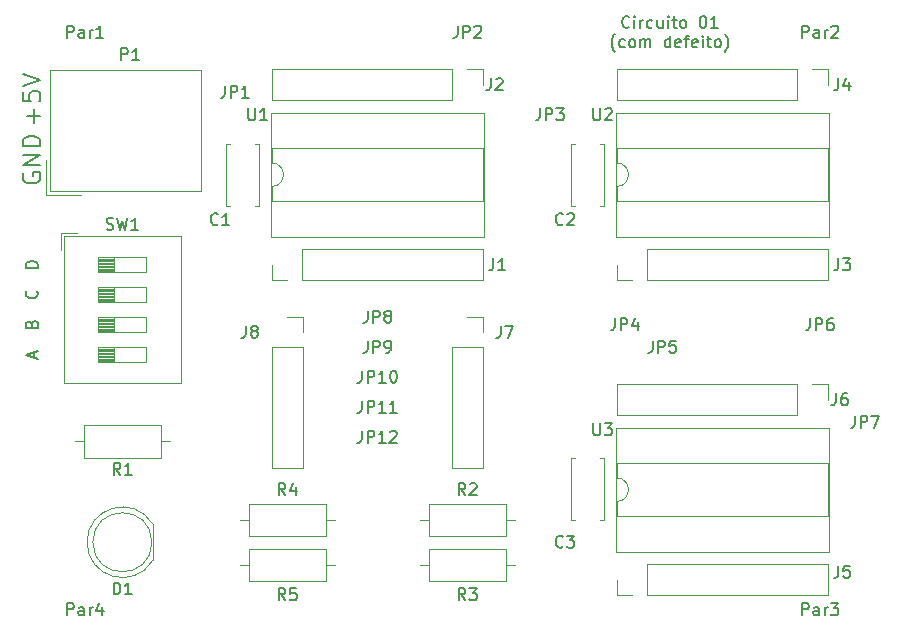
<source format=gbr>
G04 #@! TF.GenerationSoftware,KiCad,Pcbnew,(5.0.2)-1*
G04 #@! TF.CreationDate,2019-09-27T20:29:56-03:00*
G04 #@! TF.ProjectId,circuito-01-com-defeito,63697263-7569-4746-9f2d-30312d636f6d,02*
G04 #@! TF.SameCoordinates,Original*
G04 #@! TF.FileFunction,Legend,Top*
G04 #@! TF.FilePolarity,Positive*
%FSLAX46Y46*%
G04 Gerber Fmt 4.6, Leading zero omitted, Abs format (unit mm)*
G04 Created by KiCad (PCBNEW (5.0.2)-1) date 27-09-2019 20:29:57*
%MOMM*%
%LPD*%
G01*
G04 APERTURE LIST*
%ADD10C,0.150000*%
%ADD11C,0.200000*%
%ADD12C,0.120000*%
G04 APERTURE END LIST*
D10*
X138390476Y-106767380D02*
X138390476Y-107481666D01*
X138342857Y-107624523D01*
X138247619Y-107719761D01*
X138104761Y-107767380D01*
X138009523Y-107767380D01*
X138866666Y-107767380D02*
X138866666Y-106767380D01*
X139247619Y-106767380D01*
X139342857Y-106815000D01*
X139390476Y-106862619D01*
X139438095Y-106957857D01*
X139438095Y-107100714D01*
X139390476Y-107195952D01*
X139342857Y-107243571D01*
X139247619Y-107291190D01*
X138866666Y-107291190D01*
X140390476Y-107767380D02*
X139819047Y-107767380D01*
X140104761Y-107767380D02*
X140104761Y-106767380D01*
X140009523Y-106910238D01*
X139914285Y-107005476D01*
X139819047Y-107053095D01*
X140771428Y-106862619D02*
X140819047Y-106815000D01*
X140914285Y-106767380D01*
X141152380Y-106767380D01*
X141247619Y-106815000D01*
X141295238Y-106862619D01*
X141342857Y-106957857D01*
X141342857Y-107053095D01*
X141295238Y-107195952D01*
X140723809Y-107767380D01*
X141342857Y-107767380D01*
X161036428Y-72557142D02*
X160988809Y-72604761D01*
X160845952Y-72652380D01*
X160750714Y-72652380D01*
X160607857Y-72604761D01*
X160512619Y-72509523D01*
X160465000Y-72414285D01*
X160417380Y-72223809D01*
X160417380Y-72080952D01*
X160465000Y-71890476D01*
X160512619Y-71795238D01*
X160607857Y-71700000D01*
X160750714Y-71652380D01*
X160845952Y-71652380D01*
X160988809Y-71700000D01*
X161036428Y-71747619D01*
X161465000Y-72652380D02*
X161465000Y-71985714D01*
X161465000Y-71652380D02*
X161417380Y-71700000D01*
X161465000Y-71747619D01*
X161512619Y-71700000D01*
X161465000Y-71652380D01*
X161465000Y-71747619D01*
X161941190Y-72652380D02*
X161941190Y-71985714D01*
X161941190Y-72176190D02*
X161988809Y-72080952D01*
X162036428Y-72033333D01*
X162131666Y-71985714D01*
X162226904Y-71985714D01*
X162988809Y-72604761D02*
X162893571Y-72652380D01*
X162703095Y-72652380D01*
X162607857Y-72604761D01*
X162560238Y-72557142D01*
X162512619Y-72461904D01*
X162512619Y-72176190D01*
X162560238Y-72080952D01*
X162607857Y-72033333D01*
X162703095Y-71985714D01*
X162893571Y-71985714D01*
X162988809Y-72033333D01*
X163845952Y-71985714D02*
X163845952Y-72652380D01*
X163417380Y-71985714D02*
X163417380Y-72509523D01*
X163465000Y-72604761D01*
X163560238Y-72652380D01*
X163703095Y-72652380D01*
X163798333Y-72604761D01*
X163845952Y-72557142D01*
X164322142Y-72652380D02*
X164322142Y-71985714D01*
X164322142Y-71652380D02*
X164274523Y-71700000D01*
X164322142Y-71747619D01*
X164369761Y-71700000D01*
X164322142Y-71652380D01*
X164322142Y-71747619D01*
X164655476Y-71985714D02*
X165036428Y-71985714D01*
X164798333Y-71652380D02*
X164798333Y-72509523D01*
X164845952Y-72604761D01*
X164941190Y-72652380D01*
X165036428Y-72652380D01*
X165512619Y-72652380D02*
X165417380Y-72604761D01*
X165369761Y-72557142D01*
X165322142Y-72461904D01*
X165322142Y-72176190D01*
X165369761Y-72080952D01*
X165417380Y-72033333D01*
X165512619Y-71985714D01*
X165655476Y-71985714D01*
X165750714Y-72033333D01*
X165798333Y-72080952D01*
X165845952Y-72176190D01*
X165845952Y-72461904D01*
X165798333Y-72557142D01*
X165750714Y-72604761D01*
X165655476Y-72652380D01*
X165512619Y-72652380D01*
X167226904Y-71652380D02*
X167322142Y-71652380D01*
X167417380Y-71700000D01*
X167465000Y-71747619D01*
X167512619Y-71842857D01*
X167560238Y-72033333D01*
X167560238Y-72271428D01*
X167512619Y-72461904D01*
X167465000Y-72557142D01*
X167417380Y-72604761D01*
X167322142Y-72652380D01*
X167226904Y-72652380D01*
X167131666Y-72604761D01*
X167084047Y-72557142D01*
X167036428Y-72461904D01*
X166988809Y-72271428D01*
X166988809Y-72033333D01*
X167036428Y-71842857D01*
X167084047Y-71747619D01*
X167131666Y-71700000D01*
X167226904Y-71652380D01*
X168512619Y-72652380D02*
X167941190Y-72652380D01*
X168226904Y-72652380D02*
X168226904Y-71652380D01*
X168131666Y-71795238D01*
X168036428Y-71890476D01*
X167941190Y-71938095D01*
X159822142Y-74683333D02*
X159774523Y-74635714D01*
X159679285Y-74492857D01*
X159631666Y-74397619D01*
X159584047Y-74254761D01*
X159536428Y-74016666D01*
X159536428Y-73826190D01*
X159584047Y-73588095D01*
X159631666Y-73445238D01*
X159679285Y-73350000D01*
X159774523Y-73207142D01*
X159822142Y-73159523D01*
X160631666Y-74254761D02*
X160536428Y-74302380D01*
X160345952Y-74302380D01*
X160250714Y-74254761D01*
X160203095Y-74207142D01*
X160155476Y-74111904D01*
X160155476Y-73826190D01*
X160203095Y-73730952D01*
X160250714Y-73683333D01*
X160345952Y-73635714D01*
X160536428Y-73635714D01*
X160631666Y-73683333D01*
X161203095Y-74302380D02*
X161107857Y-74254761D01*
X161060238Y-74207142D01*
X161012619Y-74111904D01*
X161012619Y-73826190D01*
X161060238Y-73730952D01*
X161107857Y-73683333D01*
X161203095Y-73635714D01*
X161345952Y-73635714D01*
X161441190Y-73683333D01*
X161488809Y-73730952D01*
X161536428Y-73826190D01*
X161536428Y-74111904D01*
X161488809Y-74207142D01*
X161441190Y-74254761D01*
X161345952Y-74302380D01*
X161203095Y-74302380D01*
X161965000Y-74302380D02*
X161965000Y-73635714D01*
X161965000Y-73730952D02*
X162012619Y-73683333D01*
X162107857Y-73635714D01*
X162250714Y-73635714D01*
X162345952Y-73683333D01*
X162393571Y-73778571D01*
X162393571Y-74302380D01*
X162393571Y-73778571D02*
X162441190Y-73683333D01*
X162536428Y-73635714D01*
X162679285Y-73635714D01*
X162774523Y-73683333D01*
X162822142Y-73778571D01*
X162822142Y-74302380D01*
X164488809Y-74302380D02*
X164488809Y-73302380D01*
X164488809Y-74254761D02*
X164393571Y-74302380D01*
X164203095Y-74302380D01*
X164107857Y-74254761D01*
X164060238Y-74207142D01*
X164012619Y-74111904D01*
X164012619Y-73826190D01*
X164060238Y-73730952D01*
X164107857Y-73683333D01*
X164203095Y-73635714D01*
X164393571Y-73635714D01*
X164488809Y-73683333D01*
X165345952Y-74254761D02*
X165250714Y-74302380D01*
X165060238Y-74302380D01*
X164965000Y-74254761D01*
X164917380Y-74159523D01*
X164917380Y-73778571D01*
X164965000Y-73683333D01*
X165060238Y-73635714D01*
X165250714Y-73635714D01*
X165345952Y-73683333D01*
X165393571Y-73778571D01*
X165393571Y-73873809D01*
X164917380Y-73969047D01*
X165679285Y-73635714D02*
X166060238Y-73635714D01*
X165822142Y-74302380D02*
X165822142Y-73445238D01*
X165869761Y-73350000D01*
X165965000Y-73302380D01*
X166060238Y-73302380D01*
X166774523Y-74254761D02*
X166679285Y-74302380D01*
X166488809Y-74302380D01*
X166393571Y-74254761D01*
X166345952Y-74159523D01*
X166345952Y-73778571D01*
X166393571Y-73683333D01*
X166488809Y-73635714D01*
X166679285Y-73635714D01*
X166774523Y-73683333D01*
X166822142Y-73778571D01*
X166822142Y-73873809D01*
X166345952Y-73969047D01*
X167250714Y-74302380D02*
X167250714Y-73635714D01*
X167250714Y-73302380D02*
X167203095Y-73350000D01*
X167250714Y-73397619D01*
X167298333Y-73350000D01*
X167250714Y-73302380D01*
X167250714Y-73397619D01*
X167584047Y-73635714D02*
X167965000Y-73635714D01*
X167726904Y-73302380D02*
X167726904Y-74159523D01*
X167774523Y-74254761D01*
X167869761Y-74302380D01*
X167965000Y-74302380D01*
X168441190Y-74302380D02*
X168345952Y-74254761D01*
X168298333Y-74207142D01*
X168250714Y-74111904D01*
X168250714Y-73826190D01*
X168298333Y-73730952D01*
X168345952Y-73683333D01*
X168441190Y-73635714D01*
X168584047Y-73635714D01*
X168679285Y-73683333D01*
X168726904Y-73730952D01*
X168774523Y-73826190D01*
X168774523Y-74111904D01*
X168726904Y-74207142D01*
X168679285Y-74254761D01*
X168584047Y-74302380D01*
X168441190Y-74302380D01*
X169107857Y-74683333D02*
X169155476Y-74635714D01*
X169250714Y-74492857D01*
X169298333Y-74397619D01*
X169345952Y-74254761D01*
X169393571Y-74016666D01*
X169393571Y-73826190D01*
X169345952Y-73588095D01*
X169298333Y-73445238D01*
X169250714Y-73350000D01*
X169155476Y-73207142D01*
X169107857Y-73159523D01*
X110656666Y-100568095D02*
X110656666Y-100091904D01*
X110942380Y-100663333D02*
X109942380Y-100330000D01*
X110942380Y-99996666D01*
X110418571Y-97718571D02*
X110466190Y-97575714D01*
X110513809Y-97528095D01*
X110609047Y-97480476D01*
X110751904Y-97480476D01*
X110847142Y-97528095D01*
X110894761Y-97575714D01*
X110942380Y-97670952D01*
X110942380Y-98051904D01*
X109942380Y-98051904D01*
X109942380Y-97718571D01*
X109990000Y-97623333D01*
X110037619Y-97575714D01*
X110132857Y-97528095D01*
X110228095Y-97528095D01*
X110323333Y-97575714D01*
X110370952Y-97623333D01*
X110418571Y-97718571D01*
X110418571Y-98051904D01*
X110847142Y-94940476D02*
X110894761Y-94988095D01*
X110942380Y-95130952D01*
X110942380Y-95226190D01*
X110894761Y-95369047D01*
X110799523Y-95464285D01*
X110704285Y-95511904D01*
X110513809Y-95559523D01*
X110370952Y-95559523D01*
X110180476Y-95511904D01*
X110085238Y-95464285D01*
X109990000Y-95369047D01*
X109942380Y-95226190D01*
X109942380Y-95130952D01*
X109990000Y-94988095D01*
X110037619Y-94940476D01*
X110942380Y-92971904D02*
X109942380Y-92971904D01*
X109942380Y-92733809D01*
X109990000Y-92590952D01*
X110085238Y-92495714D01*
X110180476Y-92448095D01*
X110370952Y-92400476D01*
X110513809Y-92400476D01*
X110704285Y-92448095D01*
X110799523Y-92495714D01*
X110894761Y-92590952D01*
X110942380Y-92733809D01*
X110942380Y-92971904D01*
X180141666Y-105497380D02*
X180141666Y-106211666D01*
X180094047Y-106354523D01*
X179998809Y-106449761D01*
X179855952Y-106497380D01*
X179760714Y-106497380D01*
X180617857Y-106497380D02*
X180617857Y-105497380D01*
X180998809Y-105497380D01*
X181094047Y-105545000D01*
X181141666Y-105592619D01*
X181189285Y-105687857D01*
X181189285Y-105830714D01*
X181141666Y-105925952D01*
X181094047Y-105973571D01*
X180998809Y-106021190D01*
X180617857Y-106021190D01*
X181522619Y-105497380D02*
X182189285Y-105497380D01*
X181760714Y-106497380D01*
X176331666Y-97242380D02*
X176331666Y-97956666D01*
X176284047Y-98099523D01*
X176188809Y-98194761D01*
X176045952Y-98242380D01*
X175950714Y-98242380D01*
X176807857Y-98242380D02*
X176807857Y-97242380D01*
X177188809Y-97242380D01*
X177284047Y-97290000D01*
X177331666Y-97337619D01*
X177379285Y-97432857D01*
X177379285Y-97575714D01*
X177331666Y-97670952D01*
X177284047Y-97718571D01*
X177188809Y-97766190D01*
X176807857Y-97766190D01*
X178236428Y-97242380D02*
X178045952Y-97242380D01*
X177950714Y-97290000D01*
X177903095Y-97337619D01*
X177807857Y-97480476D01*
X177760238Y-97670952D01*
X177760238Y-98051904D01*
X177807857Y-98147142D01*
X177855476Y-98194761D01*
X177950714Y-98242380D01*
X178141190Y-98242380D01*
X178236428Y-98194761D01*
X178284047Y-98147142D01*
X178331666Y-98051904D01*
X178331666Y-97813809D01*
X178284047Y-97718571D01*
X178236428Y-97670952D01*
X178141190Y-97623333D01*
X177950714Y-97623333D01*
X177855476Y-97670952D01*
X177807857Y-97718571D01*
X177760238Y-97813809D01*
X162996666Y-99147380D02*
X162996666Y-99861666D01*
X162949047Y-100004523D01*
X162853809Y-100099761D01*
X162710952Y-100147380D01*
X162615714Y-100147380D01*
X163472857Y-100147380D02*
X163472857Y-99147380D01*
X163853809Y-99147380D01*
X163949047Y-99195000D01*
X163996666Y-99242619D01*
X164044285Y-99337857D01*
X164044285Y-99480714D01*
X163996666Y-99575952D01*
X163949047Y-99623571D01*
X163853809Y-99671190D01*
X163472857Y-99671190D01*
X164949047Y-99147380D02*
X164472857Y-99147380D01*
X164425238Y-99623571D01*
X164472857Y-99575952D01*
X164568095Y-99528333D01*
X164806190Y-99528333D01*
X164901428Y-99575952D01*
X164949047Y-99623571D01*
X164996666Y-99718809D01*
X164996666Y-99956904D01*
X164949047Y-100052142D01*
X164901428Y-100099761D01*
X164806190Y-100147380D01*
X164568095Y-100147380D01*
X164472857Y-100099761D01*
X164425238Y-100052142D01*
X159821666Y-97242380D02*
X159821666Y-97956666D01*
X159774047Y-98099523D01*
X159678809Y-98194761D01*
X159535952Y-98242380D01*
X159440714Y-98242380D01*
X160297857Y-98242380D02*
X160297857Y-97242380D01*
X160678809Y-97242380D01*
X160774047Y-97290000D01*
X160821666Y-97337619D01*
X160869285Y-97432857D01*
X160869285Y-97575714D01*
X160821666Y-97670952D01*
X160774047Y-97718571D01*
X160678809Y-97766190D01*
X160297857Y-97766190D01*
X161726428Y-97575714D02*
X161726428Y-98242380D01*
X161488333Y-97194761D02*
X161250238Y-97909047D01*
X161869285Y-97909047D01*
X138390476Y-104227380D02*
X138390476Y-104941666D01*
X138342857Y-105084523D01*
X138247619Y-105179761D01*
X138104761Y-105227380D01*
X138009523Y-105227380D01*
X138866666Y-105227380D02*
X138866666Y-104227380D01*
X139247619Y-104227380D01*
X139342857Y-104275000D01*
X139390476Y-104322619D01*
X139438095Y-104417857D01*
X139438095Y-104560714D01*
X139390476Y-104655952D01*
X139342857Y-104703571D01*
X139247619Y-104751190D01*
X138866666Y-104751190D01*
X140390476Y-105227380D02*
X139819047Y-105227380D01*
X140104761Y-105227380D02*
X140104761Y-104227380D01*
X140009523Y-104370238D01*
X139914285Y-104465476D01*
X139819047Y-104513095D01*
X141342857Y-105227380D02*
X140771428Y-105227380D01*
X141057142Y-105227380D02*
X141057142Y-104227380D01*
X140961904Y-104370238D01*
X140866666Y-104465476D01*
X140771428Y-104513095D01*
X138390476Y-101687380D02*
X138390476Y-102401666D01*
X138342857Y-102544523D01*
X138247619Y-102639761D01*
X138104761Y-102687380D01*
X138009523Y-102687380D01*
X138866666Y-102687380D02*
X138866666Y-101687380D01*
X139247619Y-101687380D01*
X139342857Y-101735000D01*
X139390476Y-101782619D01*
X139438095Y-101877857D01*
X139438095Y-102020714D01*
X139390476Y-102115952D01*
X139342857Y-102163571D01*
X139247619Y-102211190D01*
X138866666Y-102211190D01*
X140390476Y-102687380D02*
X139819047Y-102687380D01*
X140104761Y-102687380D02*
X140104761Y-101687380D01*
X140009523Y-101830238D01*
X139914285Y-101925476D01*
X139819047Y-101973095D01*
X141009523Y-101687380D02*
X141104761Y-101687380D01*
X141200000Y-101735000D01*
X141247619Y-101782619D01*
X141295238Y-101877857D01*
X141342857Y-102068333D01*
X141342857Y-102306428D01*
X141295238Y-102496904D01*
X141247619Y-102592142D01*
X141200000Y-102639761D01*
X141104761Y-102687380D01*
X141009523Y-102687380D01*
X140914285Y-102639761D01*
X140866666Y-102592142D01*
X140819047Y-102496904D01*
X140771428Y-102306428D01*
X140771428Y-102068333D01*
X140819047Y-101877857D01*
X140866666Y-101782619D01*
X140914285Y-101735000D01*
X141009523Y-101687380D01*
X138866666Y-99147380D02*
X138866666Y-99861666D01*
X138819047Y-100004523D01*
X138723809Y-100099761D01*
X138580952Y-100147380D01*
X138485714Y-100147380D01*
X139342857Y-100147380D02*
X139342857Y-99147380D01*
X139723809Y-99147380D01*
X139819047Y-99195000D01*
X139866666Y-99242619D01*
X139914285Y-99337857D01*
X139914285Y-99480714D01*
X139866666Y-99575952D01*
X139819047Y-99623571D01*
X139723809Y-99671190D01*
X139342857Y-99671190D01*
X140390476Y-100147380D02*
X140580952Y-100147380D01*
X140676190Y-100099761D01*
X140723809Y-100052142D01*
X140819047Y-99909285D01*
X140866666Y-99718809D01*
X140866666Y-99337857D01*
X140819047Y-99242619D01*
X140771428Y-99195000D01*
X140676190Y-99147380D01*
X140485714Y-99147380D01*
X140390476Y-99195000D01*
X140342857Y-99242619D01*
X140295238Y-99337857D01*
X140295238Y-99575952D01*
X140342857Y-99671190D01*
X140390476Y-99718809D01*
X140485714Y-99766428D01*
X140676190Y-99766428D01*
X140771428Y-99718809D01*
X140819047Y-99671190D01*
X140866666Y-99575952D01*
X138866666Y-96607380D02*
X138866666Y-97321666D01*
X138819047Y-97464523D01*
X138723809Y-97559761D01*
X138580952Y-97607380D01*
X138485714Y-97607380D01*
X139342857Y-97607380D02*
X139342857Y-96607380D01*
X139723809Y-96607380D01*
X139819047Y-96655000D01*
X139866666Y-96702619D01*
X139914285Y-96797857D01*
X139914285Y-96940714D01*
X139866666Y-97035952D01*
X139819047Y-97083571D01*
X139723809Y-97131190D01*
X139342857Y-97131190D01*
X140485714Y-97035952D02*
X140390476Y-96988333D01*
X140342857Y-96940714D01*
X140295238Y-96845476D01*
X140295238Y-96797857D01*
X140342857Y-96702619D01*
X140390476Y-96655000D01*
X140485714Y-96607380D01*
X140676190Y-96607380D01*
X140771428Y-96655000D01*
X140819047Y-96702619D01*
X140866666Y-96797857D01*
X140866666Y-96845476D01*
X140819047Y-96940714D01*
X140771428Y-96988333D01*
X140676190Y-97035952D01*
X140485714Y-97035952D01*
X140390476Y-97083571D01*
X140342857Y-97131190D01*
X140295238Y-97226428D01*
X140295238Y-97416904D01*
X140342857Y-97512142D01*
X140390476Y-97559761D01*
X140485714Y-97607380D01*
X140676190Y-97607380D01*
X140771428Y-97559761D01*
X140819047Y-97512142D01*
X140866666Y-97416904D01*
X140866666Y-97226428D01*
X140819047Y-97131190D01*
X140771428Y-97083571D01*
X140676190Y-97035952D01*
X153471666Y-79462380D02*
X153471666Y-80176666D01*
X153424047Y-80319523D01*
X153328809Y-80414761D01*
X153185952Y-80462380D01*
X153090714Y-80462380D01*
X153947857Y-80462380D02*
X153947857Y-79462380D01*
X154328809Y-79462380D01*
X154424047Y-79510000D01*
X154471666Y-79557619D01*
X154519285Y-79652857D01*
X154519285Y-79795714D01*
X154471666Y-79890952D01*
X154424047Y-79938571D01*
X154328809Y-79986190D01*
X153947857Y-79986190D01*
X154852619Y-79462380D02*
X155471666Y-79462380D01*
X155138333Y-79843333D01*
X155281190Y-79843333D01*
X155376428Y-79890952D01*
X155424047Y-79938571D01*
X155471666Y-80033809D01*
X155471666Y-80271904D01*
X155424047Y-80367142D01*
X155376428Y-80414761D01*
X155281190Y-80462380D01*
X154995476Y-80462380D01*
X154900238Y-80414761D01*
X154852619Y-80367142D01*
X146486666Y-72477380D02*
X146486666Y-73191666D01*
X146439047Y-73334523D01*
X146343809Y-73429761D01*
X146200952Y-73477380D01*
X146105714Y-73477380D01*
X146962857Y-73477380D02*
X146962857Y-72477380D01*
X147343809Y-72477380D01*
X147439047Y-72525000D01*
X147486666Y-72572619D01*
X147534285Y-72667857D01*
X147534285Y-72810714D01*
X147486666Y-72905952D01*
X147439047Y-72953571D01*
X147343809Y-73001190D01*
X146962857Y-73001190D01*
X147915238Y-72572619D02*
X147962857Y-72525000D01*
X148058095Y-72477380D01*
X148296190Y-72477380D01*
X148391428Y-72525000D01*
X148439047Y-72572619D01*
X148486666Y-72667857D01*
X148486666Y-72763095D01*
X148439047Y-72905952D01*
X147867619Y-73477380D01*
X148486666Y-73477380D01*
X126801666Y-77557380D02*
X126801666Y-78271666D01*
X126754047Y-78414523D01*
X126658809Y-78509761D01*
X126515952Y-78557380D01*
X126420714Y-78557380D01*
X127277857Y-78557380D02*
X127277857Y-77557380D01*
X127658809Y-77557380D01*
X127754047Y-77605000D01*
X127801666Y-77652619D01*
X127849285Y-77747857D01*
X127849285Y-77890714D01*
X127801666Y-77985952D01*
X127754047Y-78033571D01*
X127658809Y-78081190D01*
X127277857Y-78081190D01*
X128801666Y-78557380D02*
X128230238Y-78557380D01*
X128515952Y-78557380D02*
X128515952Y-77557380D01*
X128420714Y-77700238D01*
X128325476Y-77795476D01*
X128230238Y-77843095D01*
D11*
X109740000Y-84962857D02*
X109668571Y-85105714D01*
X109668571Y-85320000D01*
X109740000Y-85534285D01*
X109882857Y-85677142D01*
X110025714Y-85748571D01*
X110311428Y-85820000D01*
X110525714Y-85820000D01*
X110811428Y-85748571D01*
X110954285Y-85677142D01*
X111097142Y-85534285D01*
X111168571Y-85320000D01*
X111168571Y-85177142D01*
X111097142Y-84962857D01*
X111025714Y-84891428D01*
X110525714Y-84891428D01*
X110525714Y-85177142D01*
X111168571Y-84248571D02*
X109668571Y-84248571D01*
X111168571Y-83391428D01*
X109668571Y-83391428D01*
X111168571Y-82677142D02*
X109668571Y-82677142D01*
X109668571Y-82320000D01*
X109740000Y-82105714D01*
X109882857Y-81962857D01*
X110025714Y-81891428D01*
X110311428Y-81820000D01*
X110525714Y-81820000D01*
X110811428Y-81891428D01*
X110954285Y-81962857D01*
X111097142Y-82105714D01*
X111168571Y-82320000D01*
X111168571Y-82677142D01*
X110597142Y-80668571D02*
X110597142Y-79525714D01*
X111168571Y-80097142D02*
X110025714Y-80097142D01*
X109668571Y-78097142D02*
X109668571Y-78811428D01*
X110382857Y-78882857D01*
X110311428Y-78811428D01*
X110240000Y-78668571D01*
X110240000Y-78311428D01*
X110311428Y-78168571D01*
X110382857Y-78097142D01*
X110525714Y-78025714D01*
X110882857Y-78025714D01*
X111025714Y-78097142D01*
X111097142Y-78168571D01*
X111168571Y-78311428D01*
X111168571Y-78668571D01*
X111097142Y-78811428D01*
X111025714Y-78882857D01*
X109668571Y-77597142D02*
X111168571Y-77097142D01*
X109668571Y-76597142D01*
D12*
G04 #@! TO.C,D1*
X115120000Y-116204538D02*
G75*
G03X120670000Y-117749830I2990000J-462D01*
G01*
X115120000Y-116205462D02*
G75*
G02X120670000Y-114660170I2990000J462D01*
G01*
X120610000Y-116205000D02*
G75*
G03X120610000Y-116205000I-2500000J0D01*
G01*
X120670000Y-117750000D02*
X120670000Y-114660000D01*
G04 #@! TO.C,J8*
X132080000Y-97095000D02*
X133410000Y-97095000D01*
X133410000Y-97095000D02*
X133410000Y-98425000D01*
X133410000Y-99695000D02*
X133410000Y-109915000D01*
X130750000Y-109915000D02*
X133410000Y-109915000D01*
X130750000Y-99695000D02*
X130750000Y-109915000D01*
X130750000Y-99695000D02*
X133410000Y-99695000D01*
G04 #@! TO.C,J7*
X147320000Y-97095000D02*
X148650000Y-97095000D01*
X148650000Y-97095000D02*
X148650000Y-98425000D01*
X148650000Y-99695000D02*
X148650000Y-109915000D01*
X145990000Y-109915000D02*
X148650000Y-109915000D01*
X145990000Y-99695000D02*
X145990000Y-109915000D01*
X145990000Y-99695000D02*
X148650000Y-99695000D01*
G04 #@! TO.C,C2*
X156425000Y-87750000D02*
X156110000Y-87750000D01*
X158850000Y-87750000D02*
X158535000Y-87750000D01*
X156425000Y-82510000D02*
X156110000Y-82510000D01*
X158850000Y-82510000D02*
X158535000Y-82510000D01*
X156110000Y-82510000D02*
X156110000Y-87750000D01*
X158850000Y-82510000D02*
X158850000Y-87750000D01*
G04 #@! TO.C,J1*
X130750000Y-94040000D02*
X130750000Y-92710000D01*
X132080000Y-94040000D02*
X130750000Y-94040000D01*
X133350000Y-94040000D02*
X133350000Y-91380000D01*
X133350000Y-91380000D02*
X148650000Y-91380000D01*
X133350000Y-94040000D02*
X148650000Y-94040000D01*
X148650000Y-94040000D02*
X148650000Y-91380000D01*
G04 #@! TO.C,J2*
X130750000Y-76140000D02*
X130750000Y-78800000D01*
X146050000Y-76140000D02*
X130750000Y-76140000D01*
X146050000Y-78800000D02*
X130750000Y-78800000D01*
X146050000Y-76140000D02*
X146050000Y-78800000D01*
X147320000Y-76140000D02*
X148650000Y-76140000D01*
X148650000Y-76140000D02*
X148650000Y-77470000D01*
G04 #@! TO.C,J3*
X159960000Y-94040000D02*
X159960000Y-92710000D01*
X161290000Y-94040000D02*
X159960000Y-94040000D01*
X162560000Y-94040000D02*
X162560000Y-91380000D01*
X162560000Y-91380000D02*
X177860000Y-91380000D01*
X162560000Y-94040000D02*
X177860000Y-94040000D01*
X177860000Y-94040000D02*
X177860000Y-91380000D01*
G04 #@! TO.C,J4*
X159960000Y-76140000D02*
X159960000Y-78800000D01*
X175260000Y-76140000D02*
X159960000Y-76140000D01*
X175260000Y-78800000D02*
X159960000Y-78800000D01*
X175260000Y-76140000D02*
X175260000Y-78800000D01*
X176530000Y-76140000D02*
X177860000Y-76140000D01*
X177860000Y-76140000D02*
X177860000Y-77470000D01*
G04 #@! TO.C,J5*
X159960000Y-120710000D02*
X159960000Y-119380000D01*
X161290000Y-120710000D02*
X159960000Y-120710000D01*
X162560000Y-120710000D02*
X162560000Y-118050000D01*
X162560000Y-118050000D02*
X177860000Y-118050000D01*
X162560000Y-120710000D02*
X177860000Y-120710000D01*
X177860000Y-120710000D02*
X177860000Y-118050000D01*
G04 #@! TO.C,J6*
X159960000Y-102810000D02*
X159960000Y-105470000D01*
X175260000Y-102810000D02*
X159960000Y-102810000D01*
X175260000Y-105470000D02*
X159960000Y-105470000D01*
X175260000Y-102810000D02*
X175260000Y-105470000D01*
X176530000Y-102810000D02*
X177860000Y-102810000D01*
X177860000Y-102810000D02*
X177860000Y-104140000D01*
G04 #@! TO.C,P1*
X114610000Y-86820000D02*
X111610000Y-86820000D01*
X111610000Y-86820000D02*
X111610000Y-83820000D01*
X111990000Y-86440000D02*
X111990000Y-76200000D01*
X111990000Y-76200000D02*
X124730000Y-76200000D01*
X124730000Y-86440000D02*
X124730000Y-76200000D01*
X111990000Y-86440000D02*
X124730000Y-86440000D01*
X111990000Y-86440000D02*
X111990000Y-76200000D01*
X111990000Y-76200000D02*
X124730000Y-76200000D01*
X124730000Y-86440000D02*
X124730000Y-76200000D01*
X111990000Y-86440000D02*
X124730000Y-86440000D01*
G04 #@! TO.C,R1*
X121380000Y-109035000D02*
X121380000Y-106295000D01*
X121380000Y-106295000D02*
X114840000Y-106295000D01*
X114840000Y-106295000D02*
X114840000Y-109035000D01*
X114840000Y-109035000D02*
X121380000Y-109035000D01*
X122150000Y-107665000D02*
X121380000Y-107665000D01*
X114070000Y-107665000D02*
X114840000Y-107665000D01*
G04 #@! TO.C,R2*
X143280000Y-114300000D02*
X144050000Y-114300000D01*
X151360000Y-114300000D02*
X150590000Y-114300000D01*
X144050000Y-115670000D02*
X150590000Y-115670000D01*
X144050000Y-112930000D02*
X144050000Y-115670000D01*
X150590000Y-112930000D02*
X144050000Y-112930000D01*
X150590000Y-115670000D02*
X150590000Y-112930000D01*
G04 #@! TO.C,R3*
X150590000Y-119480000D02*
X150590000Y-116740000D01*
X150590000Y-116740000D02*
X144050000Y-116740000D01*
X144050000Y-116740000D02*
X144050000Y-119480000D01*
X144050000Y-119480000D02*
X150590000Y-119480000D01*
X151360000Y-118110000D02*
X150590000Y-118110000D01*
X143280000Y-118110000D02*
X144050000Y-118110000D01*
G04 #@! TO.C,R4*
X136120000Y-114300000D02*
X135350000Y-114300000D01*
X128040000Y-114300000D02*
X128810000Y-114300000D01*
X135350000Y-112930000D02*
X128810000Y-112930000D01*
X135350000Y-115670000D02*
X135350000Y-112930000D01*
X128810000Y-115670000D02*
X135350000Y-115670000D01*
X128810000Y-112930000D02*
X128810000Y-115670000D01*
G04 #@! TO.C,R5*
X128810000Y-116740000D02*
X128810000Y-119480000D01*
X128810000Y-119480000D02*
X135350000Y-119480000D01*
X135350000Y-119480000D02*
X135350000Y-116740000D01*
X135350000Y-116740000D02*
X128810000Y-116740000D01*
X128040000Y-118110000D02*
X128810000Y-118110000D01*
X136120000Y-118110000D02*
X135350000Y-118110000D01*
G04 #@! TO.C,SW1*
X113160000Y-90290000D02*
X123060000Y-90290000D01*
X113160000Y-102750000D02*
X123060000Y-102750000D01*
X113160000Y-90290000D02*
X113160000Y-102750000D01*
X123060000Y-90290000D02*
X123060000Y-102750000D01*
X112920000Y-90050000D02*
X114304000Y-90050000D01*
X112920000Y-90050000D02*
X112920000Y-91433000D01*
X116080000Y-92075000D02*
X116080000Y-93345000D01*
X116080000Y-93345000D02*
X120140000Y-93345000D01*
X120140000Y-93345000D02*
X120140000Y-92075000D01*
X120140000Y-92075000D02*
X116080000Y-92075000D01*
X116080000Y-92195000D02*
X117433333Y-92195000D01*
X116080000Y-92315000D02*
X117433333Y-92315000D01*
X116080000Y-92435000D02*
X117433333Y-92435000D01*
X116080000Y-92555000D02*
X117433333Y-92555000D01*
X116080000Y-92675000D02*
X117433333Y-92675000D01*
X116080000Y-92795000D02*
X117433333Y-92795000D01*
X116080000Y-92915000D02*
X117433333Y-92915000D01*
X116080000Y-93035000D02*
X117433333Y-93035000D01*
X116080000Y-93155000D02*
X117433333Y-93155000D01*
X116080000Y-93275000D02*
X117433333Y-93275000D01*
X117433333Y-92075000D02*
X117433333Y-93345000D01*
X116080000Y-94615000D02*
X116080000Y-95885000D01*
X116080000Y-95885000D02*
X120140000Y-95885000D01*
X120140000Y-95885000D02*
X120140000Y-94615000D01*
X120140000Y-94615000D02*
X116080000Y-94615000D01*
X116080000Y-94735000D02*
X117433333Y-94735000D01*
X116080000Y-94855000D02*
X117433333Y-94855000D01*
X116080000Y-94975000D02*
X117433333Y-94975000D01*
X116080000Y-95095000D02*
X117433333Y-95095000D01*
X116080000Y-95215000D02*
X117433333Y-95215000D01*
X116080000Y-95335000D02*
X117433333Y-95335000D01*
X116080000Y-95455000D02*
X117433333Y-95455000D01*
X116080000Y-95575000D02*
X117433333Y-95575000D01*
X116080000Y-95695000D02*
X117433333Y-95695000D01*
X116080000Y-95815000D02*
X117433333Y-95815000D01*
X117433333Y-94615000D02*
X117433333Y-95885000D01*
X116080000Y-97155000D02*
X116080000Y-98425000D01*
X116080000Y-98425000D02*
X120140000Y-98425000D01*
X120140000Y-98425000D02*
X120140000Y-97155000D01*
X120140000Y-97155000D02*
X116080000Y-97155000D01*
X116080000Y-97275000D02*
X117433333Y-97275000D01*
X116080000Y-97395000D02*
X117433333Y-97395000D01*
X116080000Y-97515000D02*
X117433333Y-97515000D01*
X116080000Y-97635000D02*
X117433333Y-97635000D01*
X116080000Y-97755000D02*
X117433333Y-97755000D01*
X116080000Y-97875000D02*
X117433333Y-97875000D01*
X116080000Y-97995000D02*
X117433333Y-97995000D01*
X116080000Y-98115000D02*
X117433333Y-98115000D01*
X116080000Y-98235000D02*
X117433333Y-98235000D01*
X116080000Y-98355000D02*
X117433333Y-98355000D01*
X117433333Y-97155000D02*
X117433333Y-98425000D01*
X116080000Y-99695000D02*
X116080000Y-100965000D01*
X116080000Y-100965000D02*
X120140000Y-100965000D01*
X120140000Y-100965000D02*
X120140000Y-99695000D01*
X120140000Y-99695000D02*
X116080000Y-99695000D01*
X116080000Y-99815000D02*
X117433333Y-99815000D01*
X116080000Y-99935000D02*
X117433333Y-99935000D01*
X116080000Y-100055000D02*
X117433333Y-100055000D01*
X116080000Y-100175000D02*
X117433333Y-100175000D01*
X116080000Y-100295000D02*
X117433333Y-100295000D01*
X116080000Y-100415000D02*
X117433333Y-100415000D01*
X116080000Y-100535000D02*
X117433333Y-100535000D01*
X116080000Y-100655000D02*
X117433333Y-100655000D01*
X116080000Y-100775000D02*
X117433333Y-100775000D01*
X116080000Y-100895000D02*
X117433333Y-100895000D01*
X117433333Y-99695000D02*
X117433333Y-100965000D01*
G04 #@! TO.C,U1*
X130750000Y-84090000D02*
G75*
G02X130750000Y-86090000I0J-1000000D01*
G01*
X130750000Y-86090000D02*
X130750000Y-87340000D01*
X130750000Y-87340000D02*
X148650000Y-87340000D01*
X148650000Y-87340000D02*
X148650000Y-82840000D01*
X148650000Y-82840000D02*
X130750000Y-82840000D01*
X130750000Y-82840000D02*
X130750000Y-84090000D01*
X130690000Y-90340000D02*
X148710000Y-90340000D01*
X148710000Y-90340000D02*
X148710000Y-79840000D01*
X148710000Y-79840000D02*
X130690000Y-79840000D01*
X130690000Y-79840000D02*
X130690000Y-90340000D01*
G04 #@! TO.C,U2*
X159960000Y-84090000D02*
G75*
G02X159960000Y-86090000I0J-1000000D01*
G01*
X159960000Y-86090000D02*
X159960000Y-87340000D01*
X159960000Y-87340000D02*
X177860000Y-87340000D01*
X177860000Y-87340000D02*
X177860000Y-82840000D01*
X177860000Y-82840000D02*
X159960000Y-82840000D01*
X159960000Y-82840000D02*
X159960000Y-84090000D01*
X159900000Y-90340000D02*
X177920000Y-90340000D01*
X177920000Y-90340000D02*
X177920000Y-79840000D01*
X177920000Y-79840000D02*
X159900000Y-79840000D01*
X159900000Y-79840000D02*
X159900000Y-90340000D01*
G04 #@! TO.C,U3*
X159900000Y-106510000D02*
X159900000Y-117010000D01*
X177920000Y-106510000D02*
X159900000Y-106510000D01*
X177920000Y-117010000D02*
X177920000Y-106510000D01*
X159900000Y-117010000D02*
X177920000Y-117010000D01*
X159960000Y-109510000D02*
X159960000Y-110760000D01*
X177860000Y-109510000D02*
X159960000Y-109510000D01*
X177860000Y-114010000D02*
X177860000Y-109510000D01*
X159960000Y-114010000D02*
X177860000Y-114010000D01*
X159960000Y-112760000D02*
X159960000Y-114010000D01*
X159960000Y-110760000D02*
G75*
G02X159960000Y-112760000I0J-1000000D01*
G01*
G04 #@! TO.C,C1*
X129640000Y-82510000D02*
X129640000Y-87750000D01*
X126900000Y-82510000D02*
X126900000Y-87750000D01*
X129640000Y-82510000D02*
X129325000Y-82510000D01*
X127215000Y-82510000D02*
X126900000Y-82510000D01*
X129640000Y-87750000D02*
X129325000Y-87750000D01*
X127215000Y-87750000D02*
X126900000Y-87750000D01*
G04 #@! TO.C,C3*
X158850000Y-109100000D02*
X158850000Y-114340000D01*
X156110000Y-109100000D02*
X156110000Y-114340000D01*
X158850000Y-109100000D02*
X158535000Y-109100000D01*
X156425000Y-109100000D02*
X156110000Y-109100000D01*
X158850000Y-114340000D02*
X158535000Y-114340000D01*
X156425000Y-114340000D02*
X156110000Y-114340000D01*
G04 #@! TO.C,Par1*
D10*
X113435000Y-73477380D02*
X113435000Y-72477380D01*
X113815952Y-72477380D01*
X113911190Y-72525000D01*
X113958809Y-72572619D01*
X114006428Y-72667857D01*
X114006428Y-72810714D01*
X113958809Y-72905952D01*
X113911190Y-72953571D01*
X113815952Y-73001190D01*
X113435000Y-73001190D01*
X114863571Y-73477380D02*
X114863571Y-72953571D01*
X114815952Y-72858333D01*
X114720714Y-72810714D01*
X114530238Y-72810714D01*
X114435000Y-72858333D01*
X114863571Y-73429761D02*
X114768333Y-73477380D01*
X114530238Y-73477380D01*
X114435000Y-73429761D01*
X114387380Y-73334523D01*
X114387380Y-73239285D01*
X114435000Y-73144047D01*
X114530238Y-73096428D01*
X114768333Y-73096428D01*
X114863571Y-73048809D01*
X115339761Y-73477380D02*
X115339761Y-72810714D01*
X115339761Y-73001190D02*
X115387380Y-72905952D01*
X115435000Y-72858333D01*
X115530238Y-72810714D01*
X115625476Y-72810714D01*
X116482619Y-73477380D02*
X115911190Y-73477380D01*
X116196904Y-73477380D02*
X116196904Y-72477380D01*
X116101666Y-72620238D01*
X116006428Y-72715476D01*
X115911190Y-72763095D01*
G04 #@! TO.C,Par4*
X113435000Y-122372380D02*
X113435000Y-121372380D01*
X113815952Y-121372380D01*
X113911190Y-121420000D01*
X113958809Y-121467619D01*
X114006428Y-121562857D01*
X114006428Y-121705714D01*
X113958809Y-121800952D01*
X113911190Y-121848571D01*
X113815952Y-121896190D01*
X113435000Y-121896190D01*
X114863571Y-122372380D02*
X114863571Y-121848571D01*
X114815952Y-121753333D01*
X114720714Y-121705714D01*
X114530238Y-121705714D01*
X114435000Y-121753333D01*
X114863571Y-122324761D02*
X114768333Y-122372380D01*
X114530238Y-122372380D01*
X114435000Y-122324761D01*
X114387380Y-122229523D01*
X114387380Y-122134285D01*
X114435000Y-122039047D01*
X114530238Y-121991428D01*
X114768333Y-121991428D01*
X114863571Y-121943809D01*
X115339761Y-122372380D02*
X115339761Y-121705714D01*
X115339761Y-121896190D02*
X115387380Y-121800952D01*
X115435000Y-121753333D01*
X115530238Y-121705714D01*
X115625476Y-121705714D01*
X116387380Y-121705714D02*
X116387380Y-122372380D01*
X116149285Y-121324761D02*
X115911190Y-122039047D01*
X116530238Y-122039047D01*
G04 #@! TO.C,Par3*
X175665000Y-122372380D02*
X175665000Y-121372380D01*
X176045952Y-121372380D01*
X176141190Y-121420000D01*
X176188809Y-121467619D01*
X176236428Y-121562857D01*
X176236428Y-121705714D01*
X176188809Y-121800952D01*
X176141190Y-121848571D01*
X176045952Y-121896190D01*
X175665000Y-121896190D01*
X177093571Y-122372380D02*
X177093571Y-121848571D01*
X177045952Y-121753333D01*
X176950714Y-121705714D01*
X176760238Y-121705714D01*
X176665000Y-121753333D01*
X177093571Y-122324761D02*
X176998333Y-122372380D01*
X176760238Y-122372380D01*
X176665000Y-122324761D01*
X176617380Y-122229523D01*
X176617380Y-122134285D01*
X176665000Y-122039047D01*
X176760238Y-121991428D01*
X176998333Y-121991428D01*
X177093571Y-121943809D01*
X177569761Y-122372380D02*
X177569761Y-121705714D01*
X177569761Y-121896190D02*
X177617380Y-121800952D01*
X177665000Y-121753333D01*
X177760238Y-121705714D01*
X177855476Y-121705714D01*
X178093571Y-121372380D02*
X178712619Y-121372380D01*
X178379285Y-121753333D01*
X178522142Y-121753333D01*
X178617380Y-121800952D01*
X178665000Y-121848571D01*
X178712619Y-121943809D01*
X178712619Y-122181904D01*
X178665000Y-122277142D01*
X178617380Y-122324761D01*
X178522142Y-122372380D01*
X178236428Y-122372380D01*
X178141190Y-122324761D01*
X178093571Y-122277142D01*
G04 #@! TO.C,D1*
X117371904Y-120617380D02*
X117371904Y-119617380D01*
X117610000Y-119617380D01*
X117752857Y-119665000D01*
X117848095Y-119760238D01*
X117895714Y-119855476D01*
X117943333Y-120045952D01*
X117943333Y-120188809D01*
X117895714Y-120379285D01*
X117848095Y-120474523D01*
X117752857Y-120569761D01*
X117610000Y-120617380D01*
X117371904Y-120617380D01*
X118895714Y-120617380D02*
X118324285Y-120617380D01*
X118610000Y-120617380D02*
X118610000Y-119617380D01*
X118514761Y-119760238D01*
X118419523Y-119855476D01*
X118324285Y-119903095D01*
G04 #@! TO.C,J8*
X128571666Y-97877380D02*
X128571666Y-98591666D01*
X128524047Y-98734523D01*
X128428809Y-98829761D01*
X128285952Y-98877380D01*
X128190714Y-98877380D01*
X129190714Y-98305952D02*
X129095476Y-98258333D01*
X129047857Y-98210714D01*
X129000238Y-98115476D01*
X129000238Y-98067857D01*
X129047857Y-97972619D01*
X129095476Y-97925000D01*
X129190714Y-97877380D01*
X129381190Y-97877380D01*
X129476428Y-97925000D01*
X129524047Y-97972619D01*
X129571666Y-98067857D01*
X129571666Y-98115476D01*
X129524047Y-98210714D01*
X129476428Y-98258333D01*
X129381190Y-98305952D01*
X129190714Y-98305952D01*
X129095476Y-98353571D01*
X129047857Y-98401190D01*
X129000238Y-98496428D01*
X129000238Y-98686904D01*
X129047857Y-98782142D01*
X129095476Y-98829761D01*
X129190714Y-98877380D01*
X129381190Y-98877380D01*
X129476428Y-98829761D01*
X129524047Y-98782142D01*
X129571666Y-98686904D01*
X129571666Y-98496428D01*
X129524047Y-98401190D01*
X129476428Y-98353571D01*
X129381190Y-98305952D01*
G04 #@! TO.C,J7*
X150161666Y-97877380D02*
X150161666Y-98591666D01*
X150114047Y-98734523D01*
X150018809Y-98829761D01*
X149875952Y-98877380D01*
X149780714Y-98877380D01*
X150542619Y-97877380D02*
X151209285Y-97877380D01*
X150780714Y-98877380D01*
G04 #@! TO.C,C2*
X155408333Y-89257142D02*
X155360714Y-89304761D01*
X155217857Y-89352380D01*
X155122619Y-89352380D01*
X154979761Y-89304761D01*
X154884523Y-89209523D01*
X154836904Y-89114285D01*
X154789285Y-88923809D01*
X154789285Y-88780952D01*
X154836904Y-88590476D01*
X154884523Y-88495238D01*
X154979761Y-88400000D01*
X155122619Y-88352380D01*
X155217857Y-88352380D01*
X155360714Y-88400000D01*
X155408333Y-88447619D01*
X155789285Y-88447619D02*
X155836904Y-88400000D01*
X155932142Y-88352380D01*
X156170238Y-88352380D01*
X156265476Y-88400000D01*
X156313095Y-88447619D01*
X156360714Y-88542857D01*
X156360714Y-88638095D01*
X156313095Y-88780952D01*
X155741666Y-89352380D01*
X156360714Y-89352380D01*
G04 #@! TO.C,J1*
X149526666Y-92162380D02*
X149526666Y-92876666D01*
X149479047Y-93019523D01*
X149383809Y-93114761D01*
X149240952Y-93162380D01*
X149145714Y-93162380D01*
X150526666Y-93162380D02*
X149955238Y-93162380D01*
X150240952Y-93162380D02*
X150240952Y-92162380D01*
X150145714Y-92305238D01*
X150050476Y-92400476D01*
X149955238Y-92448095D01*
G04 #@! TO.C,J2*
X149316666Y-76922380D02*
X149316666Y-77636666D01*
X149269047Y-77779523D01*
X149173809Y-77874761D01*
X149030952Y-77922380D01*
X148935714Y-77922380D01*
X149745238Y-77017619D02*
X149792857Y-76970000D01*
X149888095Y-76922380D01*
X150126190Y-76922380D01*
X150221428Y-76970000D01*
X150269047Y-77017619D01*
X150316666Y-77112857D01*
X150316666Y-77208095D01*
X150269047Y-77350952D01*
X149697619Y-77922380D01*
X150316666Y-77922380D01*
G04 #@! TO.C,J3*
X178736666Y-92162380D02*
X178736666Y-92876666D01*
X178689047Y-93019523D01*
X178593809Y-93114761D01*
X178450952Y-93162380D01*
X178355714Y-93162380D01*
X179117619Y-92162380D02*
X179736666Y-92162380D01*
X179403333Y-92543333D01*
X179546190Y-92543333D01*
X179641428Y-92590952D01*
X179689047Y-92638571D01*
X179736666Y-92733809D01*
X179736666Y-92971904D01*
X179689047Y-93067142D01*
X179641428Y-93114761D01*
X179546190Y-93162380D01*
X179260476Y-93162380D01*
X179165238Y-93114761D01*
X179117619Y-93067142D01*
G04 #@! TO.C,J4*
X178736666Y-76922380D02*
X178736666Y-77636666D01*
X178689047Y-77779523D01*
X178593809Y-77874761D01*
X178450952Y-77922380D01*
X178355714Y-77922380D01*
X179641428Y-77255714D02*
X179641428Y-77922380D01*
X179403333Y-76874761D02*
X179165238Y-77589047D01*
X179784285Y-77589047D01*
G04 #@! TO.C,J5*
X178736666Y-118197380D02*
X178736666Y-118911666D01*
X178689047Y-119054523D01*
X178593809Y-119149761D01*
X178450952Y-119197380D01*
X178355714Y-119197380D01*
X179689047Y-118197380D02*
X179212857Y-118197380D01*
X179165238Y-118673571D01*
X179212857Y-118625952D01*
X179308095Y-118578333D01*
X179546190Y-118578333D01*
X179641428Y-118625952D01*
X179689047Y-118673571D01*
X179736666Y-118768809D01*
X179736666Y-119006904D01*
X179689047Y-119102142D01*
X179641428Y-119149761D01*
X179546190Y-119197380D01*
X179308095Y-119197380D01*
X179212857Y-119149761D01*
X179165238Y-119102142D01*
G04 #@! TO.C,J6*
X178526666Y-103592380D02*
X178526666Y-104306666D01*
X178479047Y-104449523D01*
X178383809Y-104544761D01*
X178240952Y-104592380D01*
X178145714Y-104592380D01*
X179431428Y-103592380D02*
X179240952Y-103592380D01*
X179145714Y-103640000D01*
X179098095Y-103687619D01*
X179002857Y-103830476D01*
X178955238Y-104020952D01*
X178955238Y-104401904D01*
X179002857Y-104497142D01*
X179050476Y-104544761D01*
X179145714Y-104592380D01*
X179336190Y-104592380D01*
X179431428Y-104544761D01*
X179479047Y-104497142D01*
X179526666Y-104401904D01*
X179526666Y-104163809D01*
X179479047Y-104068571D01*
X179431428Y-104020952D01*
X179336190Y-103973333D01*
X179145714Y-103973333D01*
X179050476Y-104020952D01*
X179002857Y-104068571D01*
X178955238Y-104163809D01*
G04 #@! TO.C,P1*
X118006904Y-75382380D02*
X118006904Y-74382380D01*
X118387857Y-74382380D01*
X118483095Y-74430000D01*
X118530714Y-74477619D01*
X118578333Y-74572857D01*
X118578333Y-74715714D01*
X118530714Y-74810952D01*
X118483095Y-74858571D01*
X118387857Y-74906190D01*
X118006904Y-74906190D01*
X119530714Y-75382380D02*
X118959285Y-75382380D01*
X119245000Y-75382380D02*
X119245000Y-74382380D01*
X119149761Y-74525238D01*
X119054523Y-74620476D01*
X118959285Y-74668095D01*
G04 #@! TO.C,R1*
X117943333Y-110487380D02*
X117610000Y-110011190D01*
X117371904Y-110487380D02*
X117371904Y-109487380D01*
X117752857Y-109487380D01*
X117848095Y-109535000D01*
X117895714Y-109582619D01*
X117943333Y-109677857D01*
X117943333Y-109820714D01*
X117895714Y-109915952D01*
X117848095Y-109963571D01*
X117752857Y-110011190D01*
X117371904Y-110011190D01*
X118895714Y-110487380D02*
X118324285Y-110487380D01*
X118610000Y-110487380D02*
X118610000Y-109487380D01*
X118514761Y-109630238D01*
X118419523Y-109725476D01*
X118324285Y-109773095D01*
G04 #@! TO.C,R2*
X147153333Y-112212380D02*
X146820000Y-111736190D01*
X146581904Y-112212380D02*
X146581904Y-111212380D01*
X146962857Y-111212380D01*
X147058095Y-111260000D01*
X147105714Y-111307619D01*
X147153333Y-111402857D01*
X147153333Y-111545714D01*
X147105714Y-111640952D01*
X147058095Y-111688571D01*
X146962857Y-111736190D01*
X146581904Y-111736190D01*
X147534285Y-111307619D02*
X147581904Y-111260000D01*
X147677142Y-111212380D01*
X147915238Y-111212380D01*
X148010476Y-111260000D01*
X148058095Y-111307619D01*
X148105714Y-111402857D01*
X148105714Y-111498095D01*
X148058095Y-111640952D01*
X147486666Y-112212380D01*
X148105714Y-112212380D01*
G04 #@! TO.C,R3*
X147153333Y-121102380D02*
X146820000Y-120626190D01*
X146581904Y-121102380D02*
X146581904Y-120102380D01*
X146962857Y-120102380D01*
X147058095Y-120150000D01*
X147105714Y-120197619D01*
X147153333Y-120292857D01*
X147153333Y-120435714D01*
X147105714Y-120530952D01*
X147058095Y-120578571D01*
X146962857Y-120626190D01*
X146581904Y-120626190D01*
X147486666Y-120102380D02*
X148105714Y-120102380D01*
X147772380Y-120483333D01*
X147915238Y-120483333D01*
X148010476Y-120530952D01*
X148058095Y-120578571D01*
X148105714Y-120673809D01*
X148105714Y-120911904D01*
X148058095Y-121007142D01*
X148010476Y-121054761D01*
X147915238Y-121102380D01*
X147629523Y-121102380D01*
X147534285Y-121054761D01*
X147486666Y-121007142D01*
G04 #@! TO.C,R4*
X131913333Y-112212380D02*
X131580000Y-111736190D01*
X131341904Y-112212380D02*
X131341904Y-111212380D01*
X131722857Y-111212380D01*
X131818095Y-111260000D01*
X131865714Y-111307619D01*
X131913333Y-111402857D01*
X131913333Y-111545714D01*
X131865714Y-111640952D01*
X131818095Y-111688571D01*
X131722857Y-111736190D01*
X131341904Y-111736190D01*
X132770476Y-111545714D02*
X132770476Y-112212380D01*
X132532380Y-111164761D02*
X132294285Y-111879047D01*
X132913333Y-111879047D01*
G04 #@! TO.C,R5*
X131913333Y-121102380D02*
X131580000Y-120626190D01*
X131341904Y-121102380D02*
X131341904Y-120102380D01*
X131722857Y-120102380D01*
X131818095Y-120150000D01*
X131865714Y-120197619D01*
X131913333Y-120292857D01*
X131913333Y-120435714D01*
X131865714Y-120530952D01*
X131818095Y-120578571D01*
X131722857Y-120626190D01*
X131341904Y-120626190D01*
X132818095Y-120102380D02*
X132341904Y-120102380D01*
X132294285Y-120578571D01*
X132341904Y-120530952D01*
X132437142Y-120483333D01*
X132675238Y-120483333D01*
X132770476Y-120530952D01*
X132818095Y-120578571D01*
X132865714Y-120673809D01*
X132865714Y-120911904D01*
X132818095Y-121007142D01*
X132770476Y-121054761D01*
X132675238Y-121102380D01*
X132437142Y-121102380D01*
X132341904Y-121054761D01*
X132294285Y-121007142D01*
G04 #@! TO.C,SW1*
X116776666Y-89694761D02*
X116919523Y-89742380D01*
X117157619Y-89742380D01*
X117252857Y-89694761D01*
X117300476Y-89647142D01*
X117348095Y-89551904D01*
X117348095Y-89456666D01*
X117300476Y-89361428D01*
X117252857Y-89313809D01*
X117157619Y-89266190D01*
X116967142Y-89218571D01*
X116871904Y-89170952D01*
X116824285Y-89123333D01*
X116776666Y-89028095D01*
X116776666Y-88932857D01*
X116824285Y-88837619D01*
X116871904Y-88790000D01*
X116967142Y-88742380D01*
X117205238Y-88742380D01*
X117348095Y-88790000D01*
X117681428Y-88742380D02*
X117919523Y-89742380D01*
X118110000Y-89028095D01*
X118300476Y-89742380D01*
X118538571Y-88742380D01*
X119443333Y-89742380D02*
X118871904Y-89742380D01*
X119157619Y-89742380D02*
X119157619Y-88742380D01*
X119062380Y-88885238D01*
X118967142Y-88980476D01*
X118871904Y-89028095D01*
G04 #@! TO.C,U1*
X128778095Y-79462380D02*
X128778095Y-80271904D01*
X128825714Y-80367142D01*
X128873333Y-80414761D01*
X128968571Y-80462380D01*
X129159047Y-80462380D01*
X129254285Y-80414761D01*
X129301904Y-80367142D01*
X129349523Y-80271904D01*
X129349523Y-79462380D01*
X130349523Y-80462380D02*
X129778095Y-80462380D01*
X130063809Y-80462380D02*
X130063809Y-79462380D01*
X129968571Y-79605238D01*
X129873333Y-79700476D01*
X129778095Y-79748095D01*
G04 #@! TO.C,U2*
X157988095Y-79462380D02*
X157988095Y-80271904D01*
X158035714Y-80367142D01*
X158083333Y-80414761D01*
X158178571Y-80462380D01*
X158369047Y-80462380D01*
X158464285Y-80414761D01*
X158511904Y-80367142D01*
X158559523Y-80271904D01*
X158559523Y-79462380D01*
X158988095Y-79557619D02*
X159035714Y-79510000D01*
X159130952Y-79462380D01*
X159369047Y-79462380D01*
X159464285Y-79510000D01*
X159511904Y-79557619D01*
X159559523Y-79652857D01*
X159559523Y-79748095D01*
X159511904Y-79890952D01*
X158940476Y-80462380D01*
X159559523Y-80462380D01*
G04 #@! TO.C,U3*
X157988095Y-106132380D02*
X157988095Y-106941904D01*
X158035714Y-107037142D01*
X158083333Y-107084761D01*
X158178571Y-107132380D01*
X158369047Y-107132380D01*
X158464285Y-107084761D01*
X158511904Y-107037142D01*
X158559523Y-106941904D01*
X158559523Y-106132380D01*
X158940476Y-106132380D02*
X159559523Y-106132380D01*
X159226190Y-106513333D01*
X159369047Y-106513333D01*
X159464285Y-106560952D01*
X159511904Y-106608571D01*
X159559523Y-106703809D01*
X159559523Y-106941904D01*
X159511904Y-107037142D01*
X159464285Y-107084761D01*
X159369047Y-107132380D01*
X159083333Y-107132380D01*
X158988095Y-107084761D01*
X158940476Y-107037142D01*
G04 #@! TO.C,C1*
X126198333Y-89257142D02*
X126150714Y-89304761D01*
X126007857Y-89352380D01*
X125912619Y-89352380D01*
X125769761Y-89304761D01*
X125674523Y-89209523D01*
X125626904Y-89114285D01*
X125579285Y-88923809D01*
X125579285Y-88780952D01*
X125626904Y-88590476D01*
X125674523Y-88495238D01*
X125769761Y-88400000D01*
X125912619Y-88352380D01*
X126007857Y-88352380D01*
X126150714Y-88400000D01*
X126198333Y-88447619D01*
X127150714Y-89352380D02*
X126579285Y-89352380D01*
X126865000Y-89352380D02*
X126865000Y-88352380D01*
X126769761Y-88495238D01*
X126674523Y-88590476D01*
X126579285Y-88638095D01*
G04 #@! TO.C,C3*
X155408333Y-116562142D02*
X155360714Y-116609761D01*
X155217857Y-116657380D01*
X155122619Y-116657380D01*
X154979761Y-116609761D01*
X154884523Y-116514523D01*
X154836904Y-116419285D01*
X154789285Y-116228809D01*
X154789285Y-116085952D01*
X154836904Y-115895476D01*
X154884523Y-115800238D01*
X154979761Y-115705000D01*
X155122619Y-115657380D01*
X155217857Y-115657380D01*
X155360714Y-115705000D01*
X155408333Y-115752619D01*
X155741666Y-115657380D02*
X156360714Y-115657380D01*
X156027380Y-116038333D01*
X156170238Y-116038333D01*
X156265476Y-116085952D01*
X156313095Y-116133571D01*
X156360714Y-116228809D01*
X156360714Y-116466904D01*
X156313095Y-116562142D01*
X156265476Y-116609761D01*
X156170238Y-116657380D01*
X155884523Y-116657380D01*
X155789285Y-116609761D01*
X155741666Y-116562142D01*
G04 #@! TO.C,Par2*
X175665000Y-73477380D02*
X175665000Y-72477380D01*
X176045952Y-72477380D01*
X176141190Y-72525000D01*
X176188809Y-72572619D01*
X176236428Y-72667857D01*
X176236428Y-72810714D01*
X176188809Y-72905952D01*
X176141190Y-72953571D01*
X176045952Y-73001190D01*
X175665000Y-73001190D01*
X177093571Y-73477380D02*
X177093571Y-72953571D01*
X177045952Y-72858333D01*
X176950714Y-72810714D01*
X176760238Y-72810714D01*
X176665000Y-72858333D01*
X177093571Y-73429761D02*
X176998333Y-73477380D01*
X176760238Y-73477380D01*
X176665000Y-73429761D01*
X176617380Y-73334523D01*
X176617380Y-73239285D01*
X176665000Y-73144047D01*
X176760238Y-73096428D01*
X176998333Y-73096428D01*
X177093571Y-73048809D01*
X177569761Y-73477380D02*
X177569761Y-72810714D01*
X177569761Y-73001190D02*
X177617380Y-72905952D01*
X177665000Y-72858333D01*
X177760238Y-72810714D01*
X177855476Y-72810714D01*
X178141190Y-72572619D02*
X178188809Y-72525000D01*
X178284047Y-72477380D01*
X178522142Y-72477380D01*
X178617380Y-72525000D01*
X178665000Y-72572619D01*
X178712619Y-72667857D01*
X178712619Y-72763095D01*
X178665000Y-72905952D01*
X178093571Y-73477380D01*
X178712619Y-73477380D01*
G04 #@! TD*
M02*

</source>
